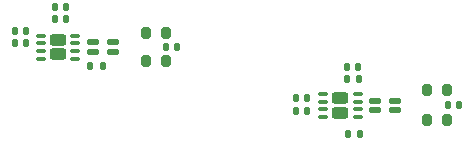
<source format=gbr>
%TF.GenerationSoftware,KiCad,Pcbnew,8.0.3*%
%TF.CreationDate,2024-07-11T22:16:14+02:00*%
%TF.ProjectId,HatV5,48617456-352e-46b6-9963-61645f706362,V2*%
%TF.SameCoordinates,Original*%
%TF.FileFunction,Paste,Bot*%
%TF.FilePolarity,Positive*%
%FSLAX46Y46*%
G04 Gerber Fmt 4.6, Leading zero omitted, Abs format (unit mm)*
G04 Created by KiCad (PCBNEW 8.0.3) date 2024-07-11 22:16:14*
%MOMM*%
%LPD*%
G01*
G04 APERTURE LIST*
G04 Aperture macros list*
%AMRoundRect*
0 Rectangle with rounded corners*
0 $1 Rounding radius*
0 $2 $3 $4 $5 $6 $7 $8 $9 X,Y pos of 4 corners*
0 Add a 4 corners polygon primitive as box body*
4,1,4,$2,$3,$4,$5,$6,$7,$8,$9,$2,$3,0*
0 Add four circle primitives for the rounded corners*
1,1,$1+$1,$2,$3*
1,1,$1+$1,$4,$5*
1,1,$1+$1,$6,$7*
1,1,$1+$1,$8,$9*
0 Add four rect primitives between the rounded corners*
20,1,$1+$1,$2,$3,$4,$5,0*
20,1,$1+$1,$4,$5,$6,$7,0*
20,1,$1+$1,$6,$7,$8,$9,0*
20,1,$1+$1,$8,$9,$2,$3,0*%
G04 Aperture macros list end*
%ADD10RoundRect,0.140000X0.140000X0.170000X-0.140000X0.170000X-0.140000X-0.170000X0.140000X-0.170000X0*%
%ADD11RoundRect,0.140000X-0.140000X-0.170000X0.140000X-0.170000X0.140000X0.170000X-0.140000X0.170000X0*%
%ADD12RoundRect,0.020000X0.430000X-0.180000X0.430000X0.180000X-0.430000X0.180000X-0.430000X-0.180000X0*%
%ADD13RoundRect,0.200000X0.200000X0.275000X-0.200000X0.275000X-0.200000X-0.275000X0.200000X-0.275000X0*%
%ADD14RoundRect,0.135000X-0.135000X-0.185000X0.135000X-0.185000X0.135000X0.185000X-0.135000X0.185000X0*%
%ADD15RoundRect,0.250000X-0.450000X-0.250000X0.450000X-0.250000X0.450000X0.250000X-0.450000X0.250000X0*%
%ADD16RoundRect,0.075000X-0.350000X-0.075000X0.350000X-0.075000X0.350000X0.075000X-0.350000X0.075000X0*%
%ADD17RoundRect,0.200000X-0.200000X-0.275000X0.200000X-0.275000X0.200000X0.275000X-0.200000X0.275000X0*%
%ADD18RoundRect,0.135000X0.135000X0.185000X-0.135000X0.185000X-0.135000X-0.185000X0.135000X-0.185000X0*%
G04 APERTURE END LIST*
D10*
%TO.C,C2*%
X118440778Y-97210822D03*
X117480778Y-97210822D03*
%TD*%
%TO.C,C8*%
X138836978Y-104983222D03*
X137876978Y-104983222D03*
%TD*%
D11*
%TO.C,C5*%
X126878778Y-99544000D03*
X127838778Y-99544000D03*
%TD*%
D10*
%TO.C,C7*%
X143177778Y-102290822D03*
X142217778Y-102290822D03*
%TD*%
D12*
%TO.C,FL1*%
X120685400Y-99944000D03*
X120685400Y-99144000D03*
X122385400Y-99144000D03*
X122385400Y-99944000D03*
%TD*%
D13*
%TO.C,R6*%
X150625053Y-103220757D03*
X148975053Y-103220757D03*
%TD*%
D14*
%TO.C,R1*%
X120478600Y-101169600D03*
X121498600Y-101169600D03*
%TD*%
D10*
%TO.C,C6*%
X143149778Y-101274822D03*
X142189778Y-101274822D03*
%TD*%
D15*
%TO.C,U1*%
X117711800Y-98985000D03*
X117711800Y-100185000D03*
D16*
X116261800Y-100560000D03*
X116261800Y-99910000D03*
X116261800Y-99260000D03*
X116261800Y-98610000D03*
X119161800Y-98610000D03*
X119161800Y-99260000D03*
X119161800Y-99910000D03*
X119161800Y-100560000D03*
%TD*%
D17*
%TO.C,R5*%
X149012778Y-105719822D03*
X150662778Y-105719822D03*
%TD*%
D10*
%TO.C,C3*%
X115014378Y-98201422D03*
X114054378Y-98201422D03*
%TD*%
D17*
%TO.C,R2*%
X125185156Y-100766822D03*
X126835156Y-100766822D03*
%TD*%
D13*
%TO.C,R3*%
X126835156Y-98353822D03*
X125185156Y-98353822D03*
%TD*%
D10*
%TO.C,C4*%
X115014378Y-99217422D03*
X114054378Y-99217422D03*
%TD*%
D11*
%TO.C,C10*%
X150754778Y-104470200D03*
X151714778Y-104470200D03*
%TD*%
D10*
%TO.C,C9*%
X138836978Y-103840222D03*
X137876978Y-103840222D03*
%TD*%
D18*
%TO.C,R4*%
X143261178Y-106913622D03*
X142241178Y-106913622D03*
%TD*%
D10*
%TO.C,C1*%
X118440778Y-96194822D03*
X117480778Y-96194822D03*
%TD*%
D12*
%TO.C,FL2*%
X144570400Y-104911600D03*
X144570400Y-104111600D03*
X146270400Y-104111600D03*
X146270400Y-104911600D03*
%TD*%
D15*
%TO.C,U3*%
X141645400Y-103911200D03*
X141645400Y-105111200D03*
D16*
X140195400Y-105486200D03*
X140195400Y-104836200D03*
X140195400Y-104186200D03*
X140195400Y-103536200D03*
X143095400Y-103536200D03*
X143095400Y-104186200D03*
X143095400Y-104836200D03*
X143095400Y-105486200D03*
%TD*%
M02*

</source>
